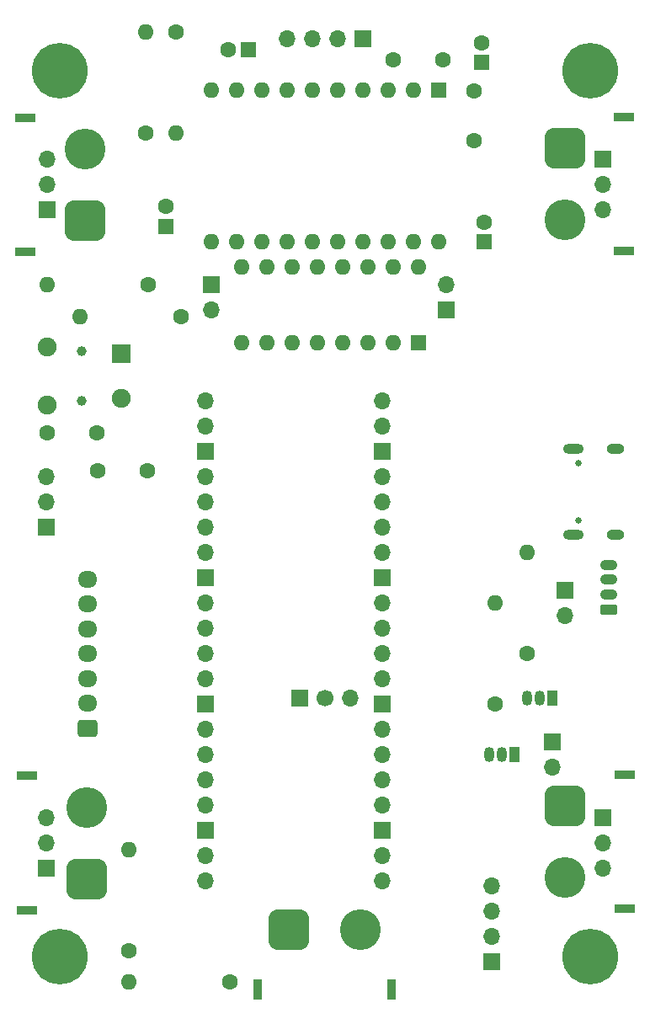
<source format=gbr>
%TF.GenerationSoftware,KiCad,Pcbnew,7.0.2*%
%TF.CreationDate,2023-08-07T19:48:10+09:00*%
%TF.ProjectId,TurtlePico,54757274-6c65-4506-9963-6f2e6b696361,rev?*%
%TF.SameCoordinates,Original*%
%TF.FileFunction,Soldermask,Bot*%
%TF.FilePolarity,Negative*%
%FSLAX46Y46*%
G04 Gerber Fmt 4.6, Leading zero omitted, Abs format (unit mm)*
G04 Created by KiCad (PCBNEW 7.0.2) date 2023-08-07 19:48:10*
%MOMM*%
%LPD*%
G01*
G04 APERTURE LIST*
G04 Aperture macros list*
%AMRoundRect*
0 Rectangle with rounded corners*
0 $1 Rounding radius*
0 $2 $3 $4 $5 $6 $7 $8 $9 X,Y pos of 4 corners*
0 Add a 4 corners polygon primitive as box body*
4,1,4,$2,$3,$4,$5,$6,$7,$8,$9,$2,$3,0*
0 Add four circle primitives for the rounded corners*
1,1,$1+$1,$2,$3*
1,1,$1+$1,$4,$5*
1,1,$1+$1,$6,$7*
1,1,$1+$1,$8,$9*
0 Add four rect primitives between the rounded corners*
20,1,$1+$1,$2,$3,$4,$5,0*
20,1,$1+$1,$4,$5,$6,$7,0*
20,1,$1+$1,$6,$7,$8,$9,0*
20,1,$1+$1,$8,$9,$2,$3,0*%
G04 Aperture macros list end*
%ADD10C,5.600000*%
%ADD11C,1.600000*%
%ADD12O,1.600000X1.600000*%
%ADD13R,1.700000X1.700000*%
%ADD14O,1.700000X1.700000*%
%ADD15C,0.650000*%
%ADD16O,1.800000X1.000000*%
%ADD17O,2.100000X1.000000*%
%ADD18C,1.000000*%
%ADD19R,1.900000X1.900000*%
%ADD20C,1.900000*%
%ADD21R,1.600000X1.600000*%
%ADD22C,1.700000*%
%ADD23RoundRect,0.250000X0.615000X-0.265000X0.615000X0.265000X-0.615000X0.265000X-0.615000X-0.265000X0*%
%ADD24O,1.730000X1.030000*%
%ADD25R,2.000000X0.900000*%
%ADD26RoundRect,1.025000X1.025000X-1.025000X1.025000X1.025000X-1.025000X1.025000X-1.025000X-1.025000X0*%
%ADD27C,4.100000*%
%ADD28R,1.050000X1.500000*%
%ADD29O,1.050000X1.500000*%
%ADD30RoundRect,1.025000X-1.025000X1.025000X-1.025000X-1.025000X1.025000X-1.025000X1.025000X1.025000X0*%
%ADD31RoundRect,0.250000X0.725000X-0.600000X0.725000X0.600000X-0.725000X0.600000X-0.725000X-0.600000X0*%
%ADD32O,1.950000X1.700000*%
%ADD33R,0.900000X2.000000*%
%ADD34RoundRect,1.025000X-1.025000X-1.025000X1.025000X-1.025000X1.025000X1.025000X-1.025000X1.025000X0*%
G04 APERTURE END LIST*
D10*
%TO.C,REF\u002A\u002A*%
X119380000Y-134620000D03*
%TD*%
D11*
%TO.C,R5*%
X128016000Y-51816000D03*
D12*
X128016000Y-41656000D03*
%TD*%
D13*
%TO.C,J13*%
X173990000Y-120650000D03*
D14*
X173990000Y-123190000D03*
X173990000Y-125730000D03*
%TD*%
D11*
%TO.C,R6*%
X131064000Y-41656000D03*
D12*
X131064000Y-51816000D03*
%TD*%
D10*
%TO.C,REF\u002A\u002A*%
X172720000Y-134620000D03*
%TD*%
D15*
%TO.C,J1*%
X171580000Y-90776000D03*
X171580000Y-84996000D03*
D16*
X175260000Y-92206000D03*
X175260000Y-83566000D03*
D17*
X171080000Y-92206000D03*
X171080000Y-83566000D03*
%TD*%
D18*
%TO.C,J5*%
X121610000Y-73700000D03*
X121610000Y-78700000D03*
D19*
X125610000Y-73950000D03*
D20*
X125610000Y-78450000D03*
X118110000Y-73300000D03*
X118110000Y-79100000D03*
%TD*%
D13*
%TO.C,J10*%
X134620000Y-67056000D03*
D14*
X134620000Y-69596000D03*
%TD*%
D13*
%TO.C,J9*%
X158242000Y-69596000D03*
D14*
X158242000Y-67056000D03*
%TD*%
D13*
%TO.C,J14*%
X118100000Y-59461000D03*
D14*
X118100000Y-56921000D03*
X118100000Y-54381000D03*
%TD*%
D11*
%TO.C,C5*%
X128190000Y-85725000D03*
X123190000Y-85725000D03*
%TD*%
D21*
%TO.C,C7*%
X162052000Y-62738000D03*
D11*
X162052000Y-60738000D03*
%TD*%
%TO.C,R4*%
X128270000Y-67056000D03*
D12*
X118110000Y-67056000D03*
%TD*%
D11*
%TO.C,C1*%
X157948000Y-44450000D03*
X152948000Y-44450000D03*
%TD*%
D13*
%TO.C,J7*%
X162814000Y-135128000D03*
D14*
X162814000Y-132588000D03*
X162814000Y-130048000D03*
X162814000Y-127508000D03*
%TD*%
D13*
%TO.C,J12*%
X173980000Y-54381000D03*
D14*
X173980000Y-56921000D03*
X173980000Y-59461000D03*
%TD*%
D13*
%TO.C,J3*%
X168910000Y-113030000D03*
D14*
X168910000Y-115570000D03*
%TD*%
D13*
%TO.C,J8*%
X149850000Y-42316000D03*
D14*
X147310000Y-42316000D03*
X144770000Y-42316000D03*
X142230000Y-42316000D03*
%TD*%
D13*
%TO.C,J11*%
X118040000Y-91425000D03*
D14*
X118040000Y-88885000D03*
X118040000Y-86345000D03*
%TD*%
%TO.C,U1*%
X134035900Y-78755000D03*
X134035900Y-81295000D03*
D13*
X134035900Y-83835000D03*
D14*
X134035900Y-86375000D03*
X134035900Y-88915000D03*
X134035900Y-91455000D03*
X134035900Y-93995000D03*
D13*
X134035900Y-96535000D03*
D14*
X134035900Y-99075000D03*
X134035900Y-101615000D03*
X134035900Y-104155000D03*
X134035900Y-106695000D03*
D13*
X134035900Y-109235000D03*
D14*
X134035900Y-111775000D03*
X134035900Y-114315000D03*
X134035900Y-116855000D03*
X134035900Y-119395000D03*
D13*
X134035900Y-121935000D03*
D14*
X134035900Y-124475000D03*
X134035900Y-127015000D03*
X151815900Y-127015000D03*
X151815900Y-124475000D03*
D13*
X151815900Y-121935000D03*
D14*
X151815900Y-119395000D03*
X151815900Y-116855000D03*
X151815900Y-114315000D03*
X151815900Y-111775000D03*
D13*
X151815900Y-109235000D03*
D14*
X151815900Y-106695000D03*
X151815900Y-104155000D03*
X151815900Y-101615000D03*
X151815900Y-99075000D03*
D13*
X151815900Y-96535000D03*
D14*
X151815900Y-93995000D03*
X151815900Y-91455000D03*
X151815900Y-88915000D03*
X151815900Y-86375000D03*
D13*
X151815900Y-83835000D03*
D14*
X151815900Y-81295000D03*
X151815900Y-78755000D03*
D13*
X143510000Y-108585000D03*
D22*
X146050000Y-108585000D03*
D14*
X148590000Y-108585000D03*
%TD*%
D21*
%TO.C,C3*%
X130048000Y-61153112D03*
D11*
X130048000Y-59153112D03*
%TD*%
D13*
%TO.C,J15*%
X118040000Y-125715000D03*
D14*
X118040000Y-123175000D03*
X118040000Y-120635000D03*
%TD*%
D13*
%TO.C,J2*%
X170180000Y-97790000D03*
D14*
X170180000Y-100330000D03*
%TD*%
D21*
%TO.C,U2*%
X157475000Y-47508000D03*
D12*
X154935000Y-47508000D03*
X152395000Y-47508000D03*
X149855000Y-47508000D03*
X147315000Y-47508000D03*
X144775000Y-47508000D03*
X142235000Y-47508000D03*
X139695000Y-47508000D03*
X137155000Y-47508000D03*
X134615000Y-47508000D03*
X134615000Y-62748000D03*
X137155000Y-62748000D03*
X139695000Y-62748000D03*
X142235000Y-62748000D03*
X144775000Y-62748000D03*
X147315000Y-62748000D03*
X149855000Y-62748000D03*
X152395000Y-62748000D03*
X154935000Y-62748000D03*
X157475000Y-62748000D03*
%TD*%
D10*
%TO.C,REF\u002A\u002A*%
X119370000Y-45491000D03*
%TD*%
%TO.C,REF\u002A\u002A*%
X172710000Y-45491000D03*
%TD*%
D21*
%TO.C,C8*%
X161798000Y-44704000D03*
D11*
X161798000Y-42704000D03*
%TD*%
D21*
%TO.C,C6*%
X138369113Y-43434000D03*
D11*
X136369113Y-43434000D03*
%TD*%
%TO.C,R3*%
X131572000Y-70231000D03*
D12*
X121412000Y-70231000D03*
%TD*%
D23*
%TO.C,J6*%
X174625000Y-99695000D03*
D24*
X174625000Y-98195000D03*
X174625000Y-96695000D03*
X174625000Y-95195000D03*
%TD*%
D11*
%TO.C,C2*%
X161036000Y-52578000D03*
X161036000Y-47578000D03*
%TD*%
%TO.C,C4*%
X118110000Y-81915000D03*
X123110000Y-81915000D03*
%TD*%
D25*
%TO.C,J19*%
X176180000Y-129794000D03*
X176180000Y-116294000D03*
D26*
X170180000Y-119444000D03*
D27*
X170180000Y-126644000D03*
%TD*%
D21*
%TO.C,U3*%
X155433000Y-72888000D03*
D12*
X152893000Y-72888000D03*
X150353000Y-72888000D03*
X147813000Y-72888000D03*
X145273000Y-72888000D03*
X142733000Y-72888000D03*
X140193000Y-72888000D03*
X137653000Y-72888000D03*
X137653000Y-65268000D03*
X140193000Y-65268000D03*
X142733000Y-65268000D03*
X145273000Y-65268000D03*
X147813000Y-65268000D03*
X150353000Y-65268000D03*
X152893000Y-65268000D03*
X155433000Y-65268000D03*
%TD*%
D28*
%TO.C,Q2*%
X165100000Y-114300000D03*
D29*
X163830000Y-114300000D03*
X162560000Y-114300000D03*
%TD*%
D25*
%TO.C,J20*%
X115951000Y-50254000D03*
X115951000Y-63754000D03*
D30*
X121951000Y-60604000D03*
D27*
X121951000Y-53404000D03*
%TD*%
D11*
%TO.C,R2*%
X163195000Y-109220000D03*
D12*
X163195000Y-99060000D03*
%TD*%
D11*
%TO.C,R1*%
X166370000Y-104140000D03*
D12*
X166370000Y-93980000D03*
%TD*%
D31*
%TO.C,J4*%
X122195000Y-111640000D03*
D32*
X122195000Y-109140000D03*
X122195000Y-106640000D03*
X122195000Y-104140000D03*
X122195000Y-101640000D03*
X122195000Y-99140000D03*
X122195000Y-96640000D03*
%TD*%
D25*
%TO.C,J21*%
X116078000Y-116421000D03*
X116078000Y-129921000D03*
D30*
X122078000Y-126771000D03*
D27*
X122078000Y-119571000D03*
%TD*%
D25*
%TO.C,J18*%
X176170000Y-63671000D03*
X176170000Y-50171000D03*
D26*
X170170000Y-53321000D03*
D27*
X170170000Y-60521000D03*
%TD*%
D11*
%TO.C,R8*%
X126365000Y-133985000D03*
D12*
X126365000Y-123825000D03*
%TD*%
D11*
%TO.C,R7*%
X136525000Y-137160000D03*
D12*
X126365000Y-137160000D03*
%TD*%
D28*
%TO.C,Q1*%
X168910000Y-108585000D03*
D29*
X167640000Y-108585000D03*
X166370000Y-108585000D03*
%TD*%
D33*
%TO.C,J17*%
X139300000Y-137915000D03*
X152800000Y-137915000D03*
D34*
X142450000Y-131915000D03*
D27*
X149650000Y-131915000D03*
%TD*%
M02*

</source>
